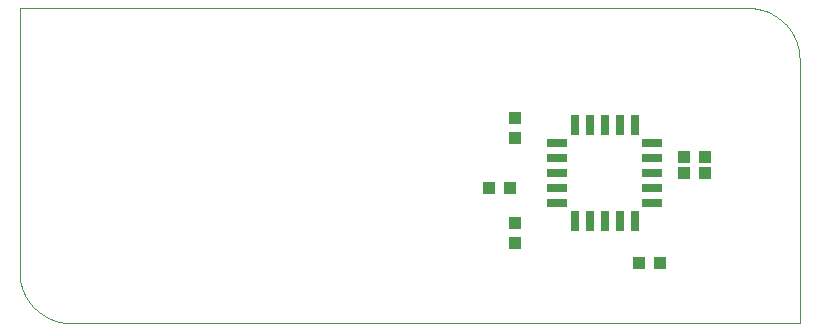
<source format=gtp>
G04 EAGLE Gerber RS-274X export*
G75*
%MOMM*%
%FSLAX34Y34*%
%LPD*%
%INSolder paste top*%
%IPPOS*%
%AMOC8*
5,1,8,0,0,1.08239X$1,22.5*%
G01*
%ADD10C,0.000000*%
%ADD11C,0.002541*%
%ADD12R,0.760000X1.800000*%
%ADD13R,1.800000X0.760000*%
%ADD14R,1.080000X1.050000*%
%ADD15R,1.050000X1.080000*%


D10*
X50800Y50800D02*
X660400Y50800D01*
D11*
X50800Y50800D02*
X43360Y50800D01*
X42312Y50813D01*
X41265Y50851D01*
X40219Y50914D01*
X39175Y51002D01*
X38134Y51116D01*
X37095Y51255D01*
X36060Y51419D01*
X35029Y51608D01*
X34004Y51822D01*
X32983Y52060D01*
X31969Y52323D01*
X30961Y52610D01*
X29961Y52922D01*
X28968Y53258D01*
X27984Y53618D01*
X27009Y54001D01*
X26044Y54408D01*
X25088Y54838D01*
X24143Y55291D01*
X23210Y55767D01*
X22288Y56265D01*
X21378Y56785D01*
X20482Y57327D01*
X19598Y57891D01*
X18729Y58475D01*
X17874Y59081D01*
X17033Y59707D01*
X16209Y60353D01*
X15400Y61019D01*
X14607Y61705D01*
X13831Y62409D01*
X13073Y63132D01*
X12332Y63873D01*
X11609Y64631D01*
X10905Y65407D01*
X10219Y66200D01*
X9553Y67009D01*
X8907Y67833D01*
X8281Y68674D01*
X7675Y69529D01*
X7091Y70398D01*
X6527Y71282D01*
X5985Y72178D01*
X5465Y73088D01*
X4967Y74010D01*
X4491Y74943D01*
X4038Y75888D01*
X3608Y76844D01*
X3201Y77809D01*
X2818Y78784D01*
X2458Y79768D01*
X2122Y80761D01*
X1810Y81761D01*
X1523Y82769D01*
X1260Y83783D01*
X1022Y84804D01*
X808Y85829D01*
X619Y86860D01*
X455Y87895D01*
X316Y88934D01*
X202Y89975D01*
X114Y91019D01*
X51Y92065D01*
X13Y93112D01*
X0Y94160D01*
X0Y317500D01*
X660400Y274140D02*
X660400Y50800D01*
X660400Y274140D02*
X660387Y275188D01*
X660349Y276235D01*
X660286Y277281D01*
X660198Y278325D01*
X660084Y279366D01*
X659945Y280405D01*
X659781Y281440D01*
X659592Y282471D01*
X659378Y283496D01*
X659140Y284517D01*
X658877Y285531D01*
X658590Y286539D01*
X658278Y287539D01*
X657942Y288532D01*
X657582Y289516D01*
X657199Y290491D01*
X656792Y291456D01*
X656362Y292412D01*
X655909Y293357D01*
X655433Y294290D01*
X654935Y295212D01*
X654415Y296122D01*
X653873Y297018D01*
X653309Y297902D01*
X652725Y298771D01*
X652119Y299626D01*
X651493Y300467D01*
X650847Y301291D01*
X650181Y302100D01*
X649495Y302893D01*
X648791Y303669D01*
X648068Y304427D01*
X647327Y305168D01*
X646569Y305891D01*
X645793Y306595D01*
X645000Y307281D01*
X644191Y307947D01*
X643367Y308593D01*
X642526Y309219D01*
X641671Y309825D01*
X640802Y310409D01*
X639918Y310973D01*
X639022Y311515D01*
X638112Y312035D01*
X637190Y312533D01*
X636257Y313009D01*
X635312Y313462D01*
X634356Y313892D01*
X633391Y314299D01*
X632416Y314682D01*
X631432Y315042D01*
X630439Y315378D01*
X629439Y315690D01*
X628431Y315977D01*
X627417Y316240D01*
X626396Y316478D01*
X625371Y316692D01*
X624340Y316881D01*
X623305Y317045D01*
X622266Y317184D01*
X621225Y317298D01*
X620181Y317386D01*
X619135Y317449D01*
X618088Y317487D01*
X617040Y317500D01*
X0Y317500D01*
D12*
X469900Y137300D03*
X482600Y137300D03*
X495300Y137300D03*
X508000Y137300D03*
X520700Y137300D03*
X469900Y218300D03*
X482600Y218300D03*
X495300Y218300D03*
X508000Y218300D03*
X520700Y218300D03*
D13*
X535800Y203200D03*
X535800Y190500D03*
X535800Y177800D03*
X535800Y165100D03*
X535800Y152400D03*
X454800Y152400D03*
X454800Y165100D03*
X454800Y177800D03*
X454800Y190500D03*
X454800Y203200D03*
D14*
X419100Y224650D03*
X419100Y207150D03*
D15*
X397650Y165100D03*
X415150Y165100D03*
D14*
X419100Y118250D03*
X419100Y135750D03*
D15*
X562750Y177800D03*
X580250Y177800D03*
X562750Y191770D03*
X580250Y191770D03*
X542150Y101600D03*
X524650Y101600D03*
M02*

</source>
